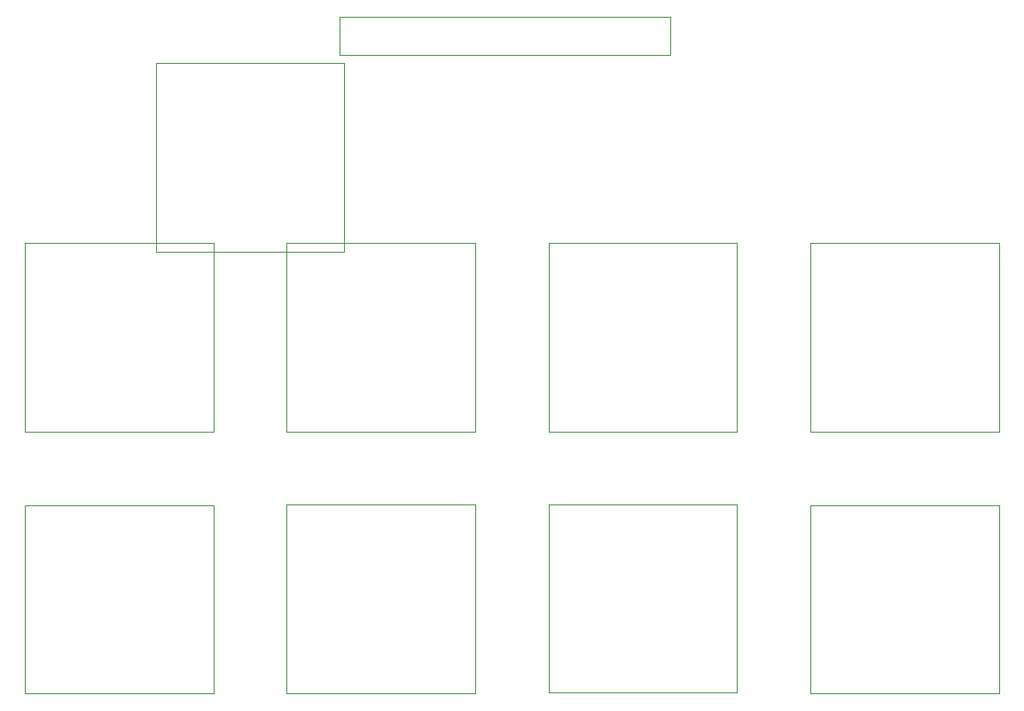
<source format=gbr>
%TF.GenerationSoftware,KiCad,Pcbnew,(5.1.9)-1*%
%TF.CreationDate,2021-08-20T18:58:33+01:00*%
%TF.ProjectId,KOSMOS LFO6 Jack Panel,4b4f534d-4f53-4204-9c46-4f36204a6163,rev?*%
%TF.SameCoordinates,Original*%
%TF.FileFunction,Other,User*%
%FSLAX46Y46*%
G04 Gerber Fmt 4.6, Leading zero omitted, Abs format (unit mm)*
G04 Created by KiCad (PCBNEW (5.1.9)-1) date 2021-08-20 18:58:33*
%MOMM*%
%LPD*%
G01*
G04 APERTURE LIST*
%ADD10C,0.050000*%
%ADD11C,0.120000*%
G04 APERTURE END LIST*
D10*
%TO.C,J1*%
X47500000Y-16080000D02*
X47500000Y-19680000D01*
X79050000Y-16080000D02*
X47500000Y-16080000D01*
X79050000Y-19680000D02*
X79050000Y-16080000D01*
X47500000Y-19680000D02*
X79050000Y-19680000D01*
D11*
%TO.C,J2*%
X17430000Y-55700000D02*
X17430000Y-37700000D01*
X35430000Y-55700000D02*
X17430000Y-55700000D01*
X35430000Y-37700000D02*
X35430000Y-55700000D01*
X17430000Y-37700000D02*
X35430000Y-37700000D01*
%TO.C,J3*%
X17430000Y-62690000D02*
X35430000Y-62690000D01*
X35430000Y-62690000D02*
X35430000Y-80690000D01*
X35430000Y-80690000D02*
X17430000Y-80690000D01*
X17430000Y-80690000D02*
X17430000Y-62690000D01*
%TO.C,J4*%
X42410000Y-55700000D02*
X42410000Y-37700000D01*
X60410000Y-55700000D02*
X42410000Y-55700000D01*
X60410000Y-37700000D02*
X60410000Y-55700000D01*
X42410000Y-37700000D02*
X60410000Y-37700000D01*
%TO.C,J5*%
X42430000Y-62680000D02*
X60430000Y-62680000D01*
X60430000Y-62680000D02*
X60430000Y-80680000D01*
X60430000Y-80680000D02*
X42430000Y-80680000D01*
X42430000Y-80680000D02*
X42430000Y-62680000D01*
%TO.C,J6*%
X29930000Y-38510000D02*
X29930000Y-20510000D01*
X47930000Y-38510000D02*
X29930000Y-38510000D01*
X47930000Y-20510000D02*
X47930000Y-38510000D01*
X29930000Y-20510000D02*
X47930000Y-20510000D01*
%TO.C,J7*%
X67430000Y-55690000D02*
X67430000Y-37690000D01*
X85430000Y-55690000D02*
X67430000Y-55690000D01*
X85430000Y-37690000D02*
X85430000Y-55690000D01*
X67430000Y-37690000D02*
X85430000Y-37690000D01*
%TO.C,J8*%
X67440000Y-62600000D02*
X85440000Y-62600000D01*
X85440000Y-62600000D02*
X85440000Y-80600000D01*
X85440000Y-80600000D02*
X67440000Y-80600000D01*
X67440000Y-80600000D02*
X67440000Y-62600000D01*
%TO.C,J9*%
X92440000Y-55700000D02*
X92440000Y-37700000D01*
X110440000Y-55700000D02*
X92440000Y-55700000D01*
X110440000Y-37700000D02*
X110440000Y-55700000D01*
X92440000Y-37700000D02*
X110440000Y-37700000D01*
%TO.C,J10*%
X92430000Y-62690000D02*
X110430000Y-62690000D01*
X110430000Y-62690000D02*
X110430000Y-80690000D01*
X110430000Y-80690000D02*
X92430000Y-80690000D01*
X92430000Y-80690000D02*
X92430000Y-62690000D01*
%TD*%
M02*

</source>
